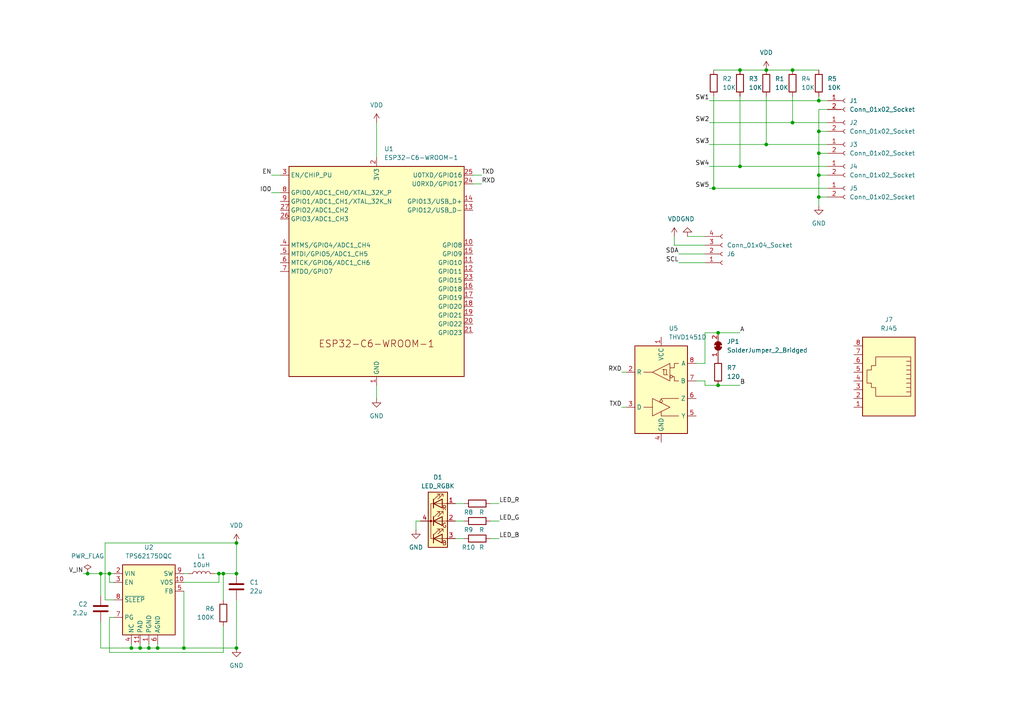
<source format=kicad_sch>
(kicad_sch (version 20230121) (generator eeschema)
  (paper "A4")
  (lib_symbols
    (symbol "Connector:Conn_01x02_Socket" (pin_names (offset 1.016) hide)
      (property "Reference" "J" (at 0 2.54 0))
      (property "Value" "Conn_01x02_Socket" (at 0 -5.08 0))
      (symbol "Conn_01x02_Socket_1_1"
        (arc (start 0 -2.032) (mid -0.5058 -2.54) (end 0 -3.048) (stroke (width 0.1524)))
        (polyline (pts (xy -1.27 -2.54) (xy -0.508 -2.54)) (stroke (width 0.1524)))
        (polyline (pts (xy -1.27 0) (xy -0.508 0)) (stroke (width 0.1524)))
        (arc (start 0 0.508) (mid -0.5058 0) (end 0 -0.508) (stroke (width 0.1524)))
        (pin passive line (at -5.08 0 0) (length 3.81) (name "Pin_1") (number "1"))
        (pin passive line (at -5.08 -2.54 0) (length 3.81) (name "Pin_2") (number "2"))
      )
    )
    (symbol "Connector:Conn_01x04_Socket" (pin_names (offset 1.016) hide)
      (property "Reference" "J" (at 0 5.08 0))
      (property "Value" "Conn_01x04_Socket" (at 0 -7.62 0))
      (symbol "Conn_01x04_Socket_1_1"
        (arc (start 0 -4.572) (mid -0.5058 -5.08) (end 0 -5.588) (stroke (width 0.1524)))
        (arc (start 0 -2.032) (mid -0.5058 -2.54) (end 0 -3.048) (stroke (width 0.1524)))
        (polyline (pts (xy -1.27 -5.08) (xy -0.508 -5.08)) (stroke (width 0.1524)))
        (polyline (pts (xy -1.27 -2.54) (xy -0.508 -2.54)) (stroke (width 0.1524)))
        (polyline (pts (xy -1.27 0) (xy -0.508 0)) (stroke (width 0.1524)))
        (polyline (pts (xy -1.27 2.54) (xy -0.508 2.54)) (stroke (width 0.1524)))
        (arc (start 0 0.508) (mid -0.5058 0) (end 0 -0.508) (stroke (width 0.1524)))
        (arc (start 0 3.048) (mid -0.5058 2.54) (end 0 2.032) (stroke (width 0.1524)))
        (pin passive line (at -5.08 2.54 0) (length 3.81) (name "Pin_1") (number "1"))
        (pin passive line (at -5.08 0 0) (length 3.81) (name "Pin_2") (number "2"))
        (pin passive line (at -5.08 -2.54 0) (length 3.81) (name "Pin_3") (number "3"))
        (pin passive line (at -5.08 -5.08 0) (length 3.81) (name "Pin_4") (number "4"))
      )
    )
    (symbol "Connector:RJ45" (pin_names (offset 1.016))
      (property "Reference" "J" (at -5.08 13.97 0))
      (property "Value" "RJ45" (at 2.54 13.97 0))
      (symbol "RJ45_0_1"
        (polyline (pts (xy -5.08 4.445) (xy -6.35 4.445)))
        (polyline (pts (xy -5.08 5.715) (xy -6.35 5.715)))
        (polyline (pts (xy -6.35 -3.175) (xy -5.08 -3.175) (xy -5.08 -3.175)))
        (polyline (pts (xy -6.35 -1.905) (xy -5.08 -1.905) (xy -5.08 -1.905)))
        (polyline (pts (xy -6.35 -0.635) (xy -5.08 -0.635) (xy -5.08 -0.635)))
        (polyline (pts (xy -6.35 0.635) (xy -5.08 0.635) (xy -5.08 0.635)))
        (polyline (pts (xy -6.35 1.905) (xy -5.08 1.905) (xy -5.08 1.905)))
        (polyline (pts (xy -5.08 3.175) (xy -6.35 3.175) (xy -6.35 3.175)))
        (polyline (pts (xy -6.35 -4.445) (xy -6.35 6.985) (xy 3.81 6.985) (xy 3.81 4.445) (xy 5.08 4.445) (xy 5.08 3.175) (xy 6.35 3.175) (xy 6.35 -0.635) (xy 5.08 -0.635) (xy 5.08 -1.905) (xy 3.81 -1.905) (xy 3.81 -4.445) (xy -6.35 -4.445) (xy -6.35 -4.445)))
        (rectangle (start 7.62 12.7) (end -7.62 -10.16) (stroke (width 0.254)) (fill (type background)))
      )
      (symbol "RJ45_1_1"
        (pin passive line (at 10.16 -7.62 180) (length 2.54) (name "~") (number "1"))
        (pin passive line (at 10.16 -5.08 180) (length 2.54) (name "~") (number "2"))
        (pin passive line (at 10.16 -2.54 180) (length 2.54) (name "~") (number "3"))
        (pin passive line (at 10.16 0 180) (length 2.54) (name "~") (number "4"))
        (pin passive line (at 10.16 2.54 180) (length 2.54) (name "~") (number "5"))
        (pin passive line (at 10.16 5.08 180) (length 2.54) (name "~") (number "6"))
        (pin passive line (at 10.16 7.62 180) (length 2.54) (name "~") (number "7"))
        (pin passive line (at 10.16 10.16 180) (length 2.54) (name "~") (number "8"))
      )
    )
    (symbol "Device:C" (pin_numbers hide) (pin_names (offset 0.254))
      (property "Reference" "C" (at 0.635 2.54 0))
      (property "Value" "C" (at 0.635 -2.54 0))
      (symbol "C_0_1"
        (polyline (pts (xy -2.032 -0.762) (xy 2.032 -0.762)) (stroke (width 0.508)))
        (polyline (pts (xy -2.032 0.762) (xy 2.032 0.762)) (stroke (width 0.508)))
      )
      (symbol "C_1_1"
        (pin passive line (at 0 3.81 270) (length 2.794) (name "~") (number "1"))
        (pin passive line (at 0 -3.81 90) (length 2.794) (name "~") (number "2"))
      )
    )
    (symbol "Device:L" (pin_numbers hide) (pin_names (offset 1.016) hide)
      (property "Reference" "L" (at -1.27 0 90))
      (property "Value" "L" (at 1.905 0 90))
      (symbol "L_0_1"
        (arc (start 0 -2.54) (mid 0.6323 -1.905) (end 0 -1.27))
        (arc (start 0 -1.27) (mid 0.6323 -0.635) (end 0 0))
        (arc (start 0 0) (mid 0.6323 0.635) (end 0 1.27))
        (arc (start 0 1.27) (mid 0.6323 1.905) (end 0 2.54))
      )
      (symbol "L_1_1"
        (pin passive line (at 0 3.81 270) (length 1.27) (name "1") (number "1"))
        (pin passive line (at 0 -3.81 90) (length 1.27) (name "2") (number "2"))
      )
    )
    (symbol "Device:LED_RGBK" (pin_names (offset 0) hide)
      (property "Reference" "D" (at 0 9.398 0))
      (property "Value" "LED_RGBK" (at 0 -8.89 0))
      (symbol "LED_RGBK_0_0"
        (text "B" (at 1.905 -6.35 0) (effects (font (size 1.27 1.27))))
        (text "G" (at 1.905 -1.27 0) (effects (font (size 1.27 1.27))))
        (text "R" (at 1.905 3.81 0) (effects (font (size 1.27 1.27))))
      )
      (symbol "LED_RGBK_0_1"
        (circle (center -2.032 0) (radius 0.254) (fill (type outline)))
        (polyline (pts (xy -1.27 -5.08) (xy 1.27 -5.08)))
        (polyline (pts (xy -1.27 -3.81) (xy -1.27 -6.35)) (stroke (width 0.254)))
        (polyline (pts (xy -1.27 0) (xy -2.54 0)))
        (polyline (pts (xy -1.27 1.27) (xy -1.27 -1.27)) (stroke (width 0.254)))
        (polyline (pts (xy -1.27 5.08) (xy 1.27 5.08)))
        (polyline (pts (xy -1.27 6.35) (xy -1.27 3.81)) (stroke (width 0.254)))
        (polyline (pts (xy 1.27 -5.08) (xy 2.54 -5.08)))
        (polyline (pts (xy 1.27 0) (xy -1.27 0)))
        (polyline (pts (xy 1.27 0) (xy 2.54 0)))
        (polyline (pts (xy 1.27 5.08) (xy 2.54 5.08)))
        (polyline (pts (xy -1.27 1.27) (xy -1.27 -1.27) (xy -1.27 -1.27)))
        (polyline (pts (xy -1.27 6.35) (xy -1.27 3.81) (xy -1.27 3.81)))
        (polyline (pts (xy -1.27 5.08) (xy -2.032 5.08) (xy -2.032 -5.08) (xy -1.016 -5.08)))
        (polyline (pts (xy 1.27 -3.81) (xy 1.27 -6.35) (xy -1.27 -5.08) (xy 1.27 -3.81)) (stroke (width 0.254)))
        (polyline (pts (xy 1.27 1.27) (xy 1.27 -1.27) (xy -1.27 0) (xy 1.27 1.27)) (stroke (width 0.254)))
        (polyline (pts (xy 1.27 6.35) (xy 1.27 3.81) (xy -1.27 5.08) (xy 1.27 6.35)) (stroke (width 0.254)))
        (polyline (pts (xy -1.016 -3.81) (xy 0.508 -2.286) (xy -0.254 -2.286) (xy 0.508 -2.286) (xy 0.508 -3.048)))
        (polyline (pts (xy -1.016 1.27) (xy 0.508 2.794) (xy -0.254 2.794) (xy 0.508 2.794) (xy 0.508 2.032)))
        (polyline (pts (xy -1.016 6.35) (xy 0.508 7.874) (xy -0.254 7.874) (xy 0.508 7.874) (xy 0.508 7.112)))
        (polyline (pts (xy 0 -3.81) (xy 1.524 -2.286) (xy 0.762 -2.286) (xy 1.524 -2.286) (xy 1.524 -3.048)))
        (polyline (pts (xy 0 1.27) (xy 1.524 2.794) (xy 0.762 2.794) (xy 1.524 2.794) (xy 1.524 2.032)))
        (polyline (pts (xy 0 6.35) (xy 1.524 7.874) (xy 0.762 7.874) (xy 1.524 7.874) (xy 1.524 7.112)))
        (rectangle (start 1.27 -1.27) (end 1.27 1.27))
        (rectangle (start 1.27 1.27) (end 1.27 1.27))
        (rectangle (start 1.27 3.81) (end 1.27 6.35))
        (rectangle (start 1.27 6.35) (end 1.27 6.35))
        (rectangle (start 2.794 8.382) (end -2.794 -7.62) (stroke (width 0.254)) (fill (type background)))
      )
      (symbol "LED_RGBK_1_1"
        (pin passive line (at 5.08 5.08 180) (length 2.54) (name "RA") (number "1"))
        (pin passive line (at 5.08 0 180) (length 2.54) (name "GA") (number "2"))
        (pin passive line (at 5.08 -5.08 180) (length 2.54) (name "BA") (number "3"))
        (pin passive line (at -5.08 0 0) (length 2.54) (name "K") (number "4"))
      )
    )
    (symbol "Device:R" (pin_numbers hide) (pin_names (offset 0))
      (property "Reference" "R" (at 2.032 0 90))
      (property "Value" "R" (at 0 0 90))
      (symbol "R_0_1"
        (rectangle (start -1.016 -2.54) (end 1.016 2.54) (stroke (width 0.254)))
      )
      (symbol "R_1_1"
        (pin passive line (at 0 3.81 270) (length 1.27) (name "~") (number "1"))
        (pin passive line (at 0 -3.81 90) (length 1.27) (name "~") (number "2"))
      )
    )
    (symbol "Interface_UART:THVD1451D"
      (property "Reference" "U" (at -7.62 13.97 0))
      (property "Value" "THVD1451D" (at 1.27 13.97 0))
      (symbol "THVD1451D_0_1"
        (rectangle (start -7.62 12.7) (end 7.62 -12.7) (stroke (width 0.254)) (fill (type background)))
        (circle (center 0 -3.302) (radius 0.381))
        (polyline (pts (xy -5.08 -5.08) (xy -2.54 -5.08)))
        (polyline (pts (xy -2.54 5.08) (xy -5.08 5.08)))
        (polyline (pts (xy 1.524 4.318) (xy 1.524 5.842) (xy 0.635 5.842)))
        (polyline (pts (xy 5.08 -7.62) (xy 0 -7.62) (xy 0 -6.35)))
        (polyline (pts (xy 5.08 -2.54) (xy 0 -2.54) (xy 0 -2.921)))
        (polyline (pts (xy -2.54 -2.54) (xy -2.54 -7.62) (xy 2.54 -5.08) (xy -2.54 -2.54)))
        (polyline (pts (xy 2.54 6.35) (xy 3.81 6.35) (xy 3.81 7.62) (xy 5.08 7.62)))
        (polyline (pts (xy 2.54 7.62) (xy 2.54 2.54) (xy -2.54 5.08) (xy 2.54 7.62)))
        (polyline (pts (xy 3.302 3.81) (xy 3.81 3.81) (xy 3.81 2.54) (xy 5.08 2.54)))
        (polyline (pts (xy 1.905 4.318) (xy 0.889 4.318) (xy 0.762 4.318) (xy 0.762 5.842) (xy 0.381 5.842)))
        (circle (center 2.921 3.81) (radius 0.381))
      )
      (symbol "THVD1451D_1_1"
        (pin power_in line (at 0 15.24 270) (length 2.54) (name "VCC") (number "1"))
        (pin output line (at -10.16 5.08 0) (length 2.54) (name "R") (number "2"))
        (pin input line (at -10.16 -5.08 0) (length 2.54) (name "D") (number "3"))
        (pin power_in line (at 0 -15.24 90) (length 2.54) (name "GND") (number "4"))
        (pin output line (at 10.16 -7.62 180) (length 2.54) (name "Y") (number "5"))
        (pin output line (at 10.16 -2.54 180) (length 2.54) (name "Z") (number "6"))
        (pin input line (at 10.16 2.54 180) (length 2.54) (name "B") (number "7"))
        (pin input line (at 10.16 7.62 180) (length 2.54) (name "A") (number "8"))
      )
    )
    (symbol "Jumper:SolderJumper_2_Bridged" (pin_names (offset 0) hide)
      (property "Reference" "JP" (at 0 2.032 0))
      (property "Value" "SolderJumper_2_Bridged" (at 0 -2.54 0))
      (symbol "SolderJumper_2_Bridged_0_1"
        (rectangle (start -0.508 0.508) (end 0.508 -0.508) (fill (type outline)))
        (arc (start -0.254 1.016) (mid -1.2656 0) (end -0.254 -1.016))
        (arc (start -0.254 1.016) (mid -1.2656 0) (end -0.254 -1.016) (fill (type outline)))
        (polyline (pts (xy -0.254 1.016) (xy -0.254 -1.016)))
        (polyline (pts (xy 0.254 1.016) (xy 0.254 -1.016)))
        (arc (start 0.254 -1.016) (mid 1.2656 0) (end 0.254 1.016))
        (arc (start 0.254 -1.016) (mid 1.2656 0) (end 0.254 1.016) (fill (type outline)))
      )
      (symbol "SolderJumper_2_Bridged_1_1"
        (pin passive line (at -3.81 0 0) (length 2.54) (name "A") (number "1"))
        (pin passive line (at 3.81 0 180) (length 2.54) (name "B") (number "2"))
      )
    )
    (symbol "PCM_Espressif:ESP32-C6-WROOM-1"
      (property "Reference" "U" (at -25.4 35.56 0))
      (property "Value" "ESP32-C6-WROOM-1" (at -25.4 33.02 0))
      (symbol "ESP32-C6-WROOM-1_0_0"
        (text "ESP32-C6-WROOM-1" (at 0 -20.955 0) (effects (font (size 2 2))))
      )
      (symbol "ESP32-C6-WROOM-1_0_1"
        (rectangle (start -25.4 30.48) (end 25.4 -30.48) (stroke (width 0.254)) (fill (type background)))
      )
      (symbol "ESP32-C6-WROOM-1_1_1"
        (pin power_in line (at 0 -33.02 90) (length 2.54) (name "GND") (number "1"))
        (pin bidirectional line (at 27.94 7.62 180) (length 2.54) (name "GPIO8") (number "10"))
        (pin bidirectional line (at 27.94 2.54 180) (length 2.54) (name "GPIO10") (number "11"))
        (pin bidirectional line (at 27.94 0 180) (length 2.54) (name "GPIO11") (number "12"))
        (pin bidirectional line (at 27.94 17.78 180) (length 2.54) (name "GPIO12/USB_D-") (number "13"))
        (pin bidirectional line (at 27.94 20.32 180) (length 2.54) (name "GPIO13/USB_D+") (number "14"))
        (pin bidirectional line (at 27.94 5.08 180) (length 2.54) (name "GPIO9") (number "15"))
        (pin bidirectional line (at 27.94 -5.08 180) (length 2.54) (name "GPIO18") (number "16"))
        (pin bidirectional line (at 27.94 -7.62 180) (length 2.54) (name "GPIO19") (number "17"))
        (pin bidirectional line (at 27.94 -10.16 180) (length 2.54) (name "GPIO20") (number "18"))
        (pin bidirectional line (at 27.94 -12.7 180) (length 2.54) (name "GPIO21") (number "19"))
        (pin power_in line (at 0 33.02 270) (length 2.54) (name "3V3") (number "2"))
        (pin bidirectional line (at 27.94 -15.24 180) (length 2.54) (name "GPIO22") (number "20"))
        (pin bidirectional line (at 27.94 -17.78 180) (length 2.54) (name "GPIO23") (number "21"))
        (pin no_connect line (at -25.4 -12.7 0) (length 2.54) hide (name "NC") (number "22"))
        (pin bidirectional line (at 27.94 -2.54 180) (length 2.54) (name "GPIO15") (number "23"))
        (pin bidirectional line (at 27.94 25.4 180) (length 2.54) (name "U0RXD/GPIO17") (number "24"))
        (pin bidirectional line (at 27.94 27.94 180) (length 2.54) (name "U0TXD/GPIO16") (number "25"))
        (pin bidirectional line (at -27.94 15.24 0) (length 2.54) (name "GPIO3/ADC1_CH3") (number "26"))
        (pin bidirectional line (at -27.94 17.78 0) (length 2.54) (name "GPIO2/ADC1_CH2") (number "27"))
        (pin passive line (at 0 -33.02 90) (length 2.54) hide (name "GND") (number "28"))
        (pin passive line (at 0 -33.02 90) (length 2.54) hide (name "GND") (number "29"))
        (pin input line (at -27.94 27.94 0) (length 2.54) (name "EN/CHIP_PU") (number "3"))
        (pin bidirectional line (at -27.94 7.62 0) (length 2.54) (name "MTMS/GPIO4/ADC1_CH4") (number "4"))
        (pin bidirectional line (at -27.94 5.08 0) (length 2.54) (name "MTDI/GPIO5/ADC1_CH5") (number "5"))
        (pin bidirectional line (at -27.94 2.54 0) (length 2.54) (name "MTCK/GPIO6/ADC1_CH6") (number "6"))
        (pin bidirectional line (at -27.94 0 0) (length 2.54) (name "MTDO/GPIO7") (number "7"))
        (pin bidirectional line (at -27.94 22.86 0) (length 2.54) (name "GPIO0/ADC1_CH0/XTAL_32K_P") (number "8"))
        (pin bidirectional line (at -27.94 20.32 0) (length 2.54) (name "GPIO1/ADC1_CH1/XTAL_32K_N") (number "9"))
      )
    )
    (symbol "Regulator_Switching:TPS62175DQC"
      (property "Reference" "U" (at -7.62 11.43 0))
      (property "Value" "TPS62175DQC" (at -1.27 11.43 0))
      (symbol "TPS62175DQC_0_1"
        (rectangle (start -7.62 10.16) (end 7.62 -10.16) (stroke (width 0.254)) (fill (type background)))
      )
      (symbol "TPS62175DQC_1_1"
        (pin power_in line (at 0 -12.7 90) (length 2.54) (name "PGND") (number "1"))
        (pin input line (at 10.16 5.08 180) (length 2.54) (name "VOS") (number "10"))
        (pin power_in line (at -2.54 -12.7 90) (length 2.54) (name "PAD") (number "11"))
        (pin power_in line (at -10.16 7.62 0) (length 2.54) (name "VIN") (number "2"))
        (pin input line (at -10.16 5.08 0) (length 2.54) (name "EN") (number "3"))
        (pin passive line (at -5.08 -12.7 90) (length 2.54) (name "NC") (number "4"))
        (pin input line (at 10.16 2.54 180) (length 2.54) (name "FB") (number "5"))
        (pin power_in line (at 2.54 -12.7 90) (length 2.54) (name "AGND") (number "6"))
        (pin output line (at -10.16 -5.08 0) (length 2.54) (name "PG") (number "7"))
        (pin input line (at -10.16 0 0) (length 2.54) (name "~{SLEEP}") (number "8"))
        (pin power_out line (at 10.16 7.62 180) (length 2.54) (name "SW") (number "9"))
      )
    )
    (symbol "power:GND" (power) (pin_names (offset 0))
      (property "Value" "GND" (at 0 -3.81 0))
      (symbol "GND_0_1"
        (polyline (pts (xy 0 0) (xy 0 -1.27) (xy 1.27 -1.27) (xy 0 -2.54) (xy -1.27 -1.27) (xy 0 -1.27)))
      )
      (symbol "GND_1_1"
        (pin power_in line (at 0 0 270) (length 0) hide (name "GND") (number "1"))
      )
    )
    (symbol "power:PWR_FLAG" (power) (pin_numbers hide) (pin_names (offset 0) hide)
      (property "Value" "PWR_FLAG" (at 0 3.81 0))
      (symbol "PWR_FLAG_0_0"
        (pin power_out line (at 0 0 90) (length 0) (name "pwr") (number "1"))
      )
      (symbol "PWR_FLAG_0_1"
        (polyline (pts (xy 0 0) (xy 0 1.27) (xy -1.016 1.905) (xy 0 2.54) (xy 1.016 1.905) (xy 0 1.27)))
      )
    )
    (symbol "power:VDD" (power) (pin_names (offset 0))
      (property "Value" "VDD" (at 0 3.81 0))
      (symbol "VDD_0_1"
        (polyline (pts (xy -0.762 1.27) (xy 0 2.54)))
        (polyline (pts (xy 0 0) (xy 0 2.54)))
        (polyline (pts (xy 0 2.54) (xy 0.762 1.27)))
      )
      (symbol "VDD_1_1"
        (pin power_in line (at 0 0 90) (length 0) hide (name "VDD") (number "1"))
      )
    )
  )
  (junction (at 237.49 44.45))
  (junction (at 31.75 166.37))
  (junction (at 40.64 187.96))
  (junction (at 68.58 187.96))
  (junction (at 208.28 96.52))
  (junction (at 53.34 187.96))
  (junction (at 208.28 111.76))
  (junction (at 25.4 166.37))
  (junction (at 68.58 166.37))
  (junction (at 38.1 187.96))
  (junction (at 237.49 38.1))
  (junction (at 222.25 20.32))
  (junction (at 64.77 166.37))
  (junction (at 237.49 57.15))
  (junction (at 43.18 187.96))
  (junction (at 237.49 50.8))
  (junction (at 68.58 157.48))
  (junction (at 214.63 48.26))
  (junction (at 207.01 54.61))
  (junction (at 222.25 41.91))
  (junction (at 229.87 35.56))
  (junction (at 237.49 29.21))
  (junction (at 229.87 20.32))
  (junction (at 63.5 166.37))
  (junction (at 45.72 187.96))
  (junction (at 214.63 20.32))
  (junction (at 29.21 166.37))
  (wire (pts (xy 53.34 187.96) (xy 45.72 187.96)))
  (wire (pts (xy 120.65 151.13) (xy 121.92 151.13)))
  (wire (pts (xy 199.39 68.58) (xy 204.47 68.58)))
  (wire (pts (xy 78.74 55.88) (xy 81.28 55.88)))
  (wire (pts (xy 137.16 53.34) (xy 139.7 53.34)))
  (wire (pts (xy 207.01 54.61) (xy 240.03 54.61)))
  (wire (pts (xy 63.5 166.37) (xy 64.77 166.37)))
  (wire (pts (xy 214.63 20.32) (xy 222.25 20.32)))
  (wire (pts (xy 68.58 157.48) (xy 68.58 166.37)))
  (wire (pts (xy 68.58 187.96) (xy 53.34 187.96)))
  (wire (pts (xy 29.21 166.37) (xy 31.75 166.37)))
  (wire (pts (xy 196.85 73.66) (xy 204.47 73.66)))
  (wire (pts (xy 30.48 173.99) (xy 30.48 157.48)))
  (wire (pts (xy 109.22 35.56) (xy 109.22 45.72)))
  (wire (pts (xy 229.87 20.32) (xy 237.49 20.32)))
  (wire (pts (xy 205.74 29.21) (xy 237.49 29.21)))
  (wire (pts (xy 30.48 157.48) (xy 68.58 157.48)))
  (wire (pts (xy 214.63 48.26) (xy 214.63 27.94)))
  (wire (pts (xy 142.24 151.13) (xy 144.78 151.13)))
  (wire (pts (xy 43.18 187.96) (xy 45.72 187.96)))
  (wire (pts (xy 64.77 166.37) (xy 64.77 173.99)))
  (wire (pts (xy 237.49 50.8) (xy 237.49 44.45)))
  (wire (pts (xy 237.49 57.15) (xy 240.03 57.15)))
  (wire (pts (xy 237.49 50.8) (xy 240.03 50.8)))
  (wire (pts (xy 64.77 181.61) (xy 64.77 189.23)))
  (wire (pts (xy 196.85 76.2) (xy 204.47 76.2)))
  (wire (pts (xy 237.49 57.15) (xy 237.49 50.8)))
  (wire (pts (xy 33.02 168.91) (xy 31.75 168.91)))
  (wire (pts (xy 64.77 166.37) (xy 68.58 166.37)))
  (wire (pts (xy 237.49 38.1) (xy 237.49 31.75)))
  (wire (pts (xy 45.72 186.69) (xy 45.72 187.96)))
  (wire (pts (xy 53.34 168.91) (xy 63.5 168.91)))
  (wire (pts (xy 78.74 50.8) (xy 81.28 50.8)))
  (wire (pts (xy 205.74 41.91) (xy 222.25 41.91)))
  (wire (pts (xy 33.02 173.99) (xy 30.48 173.99)))
  (wire (pts (xy 237.49 44.45) (xy 237.49 38.1)))
  (wire (pts (xy 208.28 111.76) (xy 214.63 111.76)))
  (wire (pts (xy 201.93 110.49) (xy 204.47 110.49)))
  (wire (pts (xy 207.01 54.61) (xy 207.01 27.94)))
  (wire (pts (xy 204.47 111.76) (xy 208.28 111.76)))
  (wire (pts (xy 142.24 156.21) (xy 144.78 156.21)))
  (wire (pts (xy 205.74 54.61) (xy 207.01 54.61)))
  (wire (pts (xy 204.47 96.52) (xy 204.47 105.41)))
  (wire (pts (xy 237.49 29.21) (xy 240.03 29.21)))
  (wire (pts (xy 180.34 118.11) (xy 181.61 118.11)))
  (wire (pts (xy 132.08 151.13) (xy 134.62 151.13)))
  (wire (pts (xy 63.5 168.91) (xy 63.5 166.37)))
  (wire (pts (xy 132.08 156.21) (xy 134.62 156.21)))
  (wire (pts (xy 222.25 20.32) (xy 229.87 20.32)))
  (wire (pts (xy 25.4 166.37) (xy 29.21 166.37)))
  (wire (pts (xy 53.34 166.37) (xy 54.61 166.37)))
  (wire (pts (xy 208.28 96.52) (xy 214.63 96.52)))
  (wire (pts (xy 29.21 180.34) (xy 29.21 187.96)))
  (wire (pts (xy 214.63 48.26) (xy 240.03 48.26)))
  (wire (pts (xy 31.75 179.07) (xy 31.75 189.23)))
  (wire (pts (xy 40.64 186.69) (xy 40.64 187.96)))
  (wire (pts (xy 222.25 41.91) (xy 222.25 27.94)))
  (wire (pts (xy 31.75 189.23) (xy 64.77 189.23)))
  (wire (pts (xy 205.74 35.56) (xy 229.87 35.56)))
  (wire (pts (xy 229.87 35.56) (xy 240.03 35.56)))
  (wire (pts (xy 31.75 168.91) (xy 31.75 166.37)))
  (wire (pts (xy 40.64 187.96) (xy 43.18 187.96)))
  (wire (pts (xy 222.25 41.91) (xy 240.03 41.91)))
  (wire (pts (xy 204.47 110.49) (xy 204.47 111.76)))
  (wire (pts (xy 237.49 27.94) (xy 237.49 29.21)))
  (wire (pts (xy 137.16 50.8) (xy 139.7 50.8)))
  (wire (pts (xy 237.49 31.75) (xy 240.03 31.75)))
  (wire (pts (xy 31.75 166.37) (xy 33.02 166.37)))
  (wire (pts (xy 109.22 111.76) (xy 109.22 115.57)))
  (wire (pts (xy 195.58 71.12) (xy 195.58 68.58)))
  (wire (pts (xy 68.58 173.99) (xy 68.58 187.96)))
  (wire (pts (xy 132.08 146.05) (xy 134.62 146.05)))
  (wire (pts (xy 201.93 105.41) (xy 204.47 105.41)))
  (wire (pts (xy 204.47 71.12) (xy 195.58 71.12)))
  (wire (pts (xy 120.65 153.67) (xy 120.65 151.13)))
  (wire (pts (xy 207.01 20.32) (xy 214.63 20.32)))
  (wire (pts (xy 237.49 59.69) (xy 237.49 57.15)))
  (wire (pts (xy 237.49 38.1) (xy 240.03 38.1)))
  (wire (pts (xy 53.34 171.45) (xy 53.34 187.96)))
  (wire (pts (xy 180.34 107.95) (xy 181.61 107.95)))
  (wire (pts (xy 38.1 186.69) (xy 38.1 187.96)))
  (wire (pts (xy 142.24 146.05) (xy 144.78 146.05)))
  (wire (pts (xy 29.21 187.96) (xy 38.1 187.96)))
  (wire (pts (xy 43.18 186.69) (xy 43.18 187.96)))
  (wire (pts (xy 62.23 166.37) (xy 63.5 166.37)))
  (wire (pts (xy 237.49 44.45) (xy 240.03 44.45)))
  (wire (pts (xy 205.74 48.26) (xy 214.63 48.26)))
  (wire (pts (xy 31.75 179.07) (xy 33.02 179.07)))
  (wire (pts (xy 229.87 35.56) (xy 229.87 27.94)))
  (wire (pts (xy 38.1 187.96) (xy 40.64 187.96)))
  (wire (pts (xy 204.47 96.52) (xy 208.28 96.52)))
  (wire (pts (xy 29.21 166.37) (xy 29.21 172.72)))
  (wire (pts (xy 24.13 166.37) (xy 25.4 166.37)))
  (label "A" (at 214.63 96.52 0))
  (label "B" (at 214.63 111.76 0))
  (label "IO0" (at 78.74 55.88 180))
  (label "SDA" (at 196.85 73.66 180))
  (label "SW3" (at 205.74 41.91 180))
  (label "SW4" (at 205.74 48.26 180))
  (label "SCL" (at 196.85 76.2 180))
  (label "LED_R" (at 144.78 146.05 0))
  (label "EN" (at 78.74 50.8 180))
  (label "LED_G" (at 144.78 151.13 0))
  (label "V_IN" (at 24.13 166.37 180))
  (label "TXD" (at 180.34 118.11 180))
  (label "RXD" (at 139.7 53.34 0))
  (label "RXD" (at 180.34 107.95 180))
  (label "TXD" (at 139.7 50.8 0))
  (label "SW1" (at 205.74 29.21 180))
  (label "LED_B" (at 144.78 156.21 0))
  (label "SW5" (at 205.74 54.61 180))
  (label "SW2" (at 205.74 35.56 180))
  (symbol (lib_id "Device:R") (at 222.25 24.13 0) (unit 1)
    (property "Reference" "R1" (at 224.79 22.86 0) (effects (justify left)))
    (property "Value" "10K" (at 224.79 25.4 0) (effects (justify left)))
  )
  (symbol (lib_id "power:GND") (at 109.22 115.57 0) (unit 1)
    (property "Reference" "#PWR02" (effects hide))
    (property "Value" "GND" (at 109.22 120.65 0))
  )
  (symbol (lib_id "Device:C") (at 68.58 170.18 0) (unit 1)
    (property "Reference" "C1" (at 72.39 168.91 0) (effects (justify left)))
    (property "Value" "22u" (at 72.39 171.45 0) (effects (justify left)))
  )
  (symbol (lib_id "Device:R") (at 237.49 24.13 0) (unit 1)
    (property "Reference" "R5" (at 240.03 22.86 0) (effects (justify left)))
    (property "Value" "10K" (at 240.03 25.4 0) (effects (justify left)))
  )
  (symbol (lib_id "Device:R") (at 138.43 156.21 90) (unit 1)
    (property "Reference" "R10" (at 135.89 158.75 90))
    (property "Value" "R" (at 139.7 158.75 90))
  )
  (symbol (lib_id "Device:R") (at 64.77 177.8 0) (mirror y) (unit 1)
    (property "Reference" "R6" (at 62.23 176.53 0) (effects (justify left)))
    (property "Value" "100K" (at 62.23 179.07 0) (effects (justify left)))
  )
  (symbol (lib_id "Device:LED_RGBK") (at 127 151.13 0) (unit 1)
    (property "Reference" "D1" (at 127 138.43 0))
    (property "Value" "LED_RGBK" (at 127 140.97 0))
  )
  (symbol (lib_id "PCM_Espressif:ESP32-C6-WROOM-1") (at 109.22 78.74 0) (unit 1)
    (property "Reference" "U1" (at 111.4141 43.18 0) (effects (justify left)))
    (property "Value" "ESP32-C6-WROOM-1" (at 111.4141 45.72 0) (effects (justify left)))
    (property "Footprint" "PCM_Espressif:ESP32-C6-WROOM-1" (effects hide))
    (property "Datasheet" "https://www.espressif.com/sites/default/files/documentation/esp32-c6-wroom-1_datasheet_en.pdf" (effects hide))
  )
  (symbol (lib_id "Regulator_Switching:TPS62175DQC") (at 43.18 173.99 0) (unit 1)
    (property "Reference" "U2" (at 43.18 158.75 0))
    (property "Value" "TPS62175DQC" (at 43.18 161.29 0))
    (property "Footprint" "Package_SON:WSON-10-1EP_2x3mm_P0.5mm_EP0.84x2.4mm_ThermalVias" (effects hide))
    (property "Datasheet" "http://www.ti.com/lit/ds/symlink/tps62177.pdf" (effects hide))
  )
  (symbol (lib_id "Device:R") (at 138.43 151.13 90) (unit 1)
    (property "Reference" "R9" (at 135.89 153.67 90))
    (property "Value" "R" (at 139.7 153.67 90))
  )
  (symbol (lib_id "power:GND") (at 120.65 153.67 0) (unit 1)
    (property "Reference" "#PWR07" (effects hide))
    (property "Value" "GND" (at 120.65 158.75 0))
  )
  (symbol (lib_id "power:VDD") (at 68.58 157.48 0) (unit 1)
    (property "Reference" "#PWR06" (effects hide))
    (property "Value" "VDD" (at 68.58 152.4 0))
  )
  (symbol (lib_id "Device:R") (at 208.28 107.95 0) (unit 1)
    (property "Reference" "R7" (at 210.82 106.68 0) (effects (justify left)))
    (property "Value" "120" (at 210.82 109.22 0) (effects (justify left)))
  )
  (symbol (lib_id "Connector:Conn_01x02_Socket") (at 245.11 41.91 0) (unit 1)
    (property "Reference" "J3" (at 246.38 41.91 0) (effects (justify left)))
    (property "Value" "Conn_01x02_Socket" (at 246.38 44.45 0) (effects (justify left)))
  )
  (symbol (lib_id "Device:C") (at 29.21 176.53 0) (mirror y) (unit 1)
    (property "Reference" "C2" (at 25.4 175.26 0) (effects (justify left)))
    (property "Value" "2.2u" (at 25.4 177.8 0) (effects (justify left)))
  )
  (symbol (lib_id "Connector:Conn_01x02_Socket") (at 245.11 35.56 0) (unit 1)
    (property "Reference" "J2" (at 246.38 35.56 0) (effects (justify left)))
    (property "Value" "Conn_01x02_Socket" (at 246.38 38.1 0) (effects (justify left)))
  )
  (symbol (lib_id "Connector:Conn_01x02_Socket") (at 245.11 48.26 0) (unit 1)
    (property "Reference" "J4" (at 246.38 48.26 0) (effects (justify left)))
    (property "Value" "Conn_01x02_Socket" (at 246.38 50.8 0) (effects (justify left)))
  )
  (symbol (lib_id "power:VDD") (at 195.58 68.58 0) (unit 1)
    (property "Reference" "#PWR09" (effects hide))
    (property "Value" "VDD" (at 195.58 63.5 0))
  )
  (symbol (lib_id "power:GND") (at 237.49 59.69 0) (unit 1)
    (property "Reference" "#PWR01" (effects hide))
    (property "Value" "GND" (at 237.49 64.77 0))
  )
  (symbol (lib_id "Connector:Conn_01x02_Socket") (at 245.11 29.21 0) (unit 1)
    (property "Reference" "J1" (at 246.38 29.21 0) (effects (justify left)))
    (property "Value" "Conn_01x02_Socket" (at 246.38 31.75 0) (effects (justify left)))
  )
  (symbol (lib_id "Device:L") (at 58.42 166.37 90) (unit 1)
    (property "Reference" "L1" (at 58.42 161.29 90))
    (property "Value" "10uH" (at 58.42 163.83 90))
  )
  (symbol (lib_id "power:PWR_FLAG") (at 25.4 166.37 0) (unit 1)
    (property "Reference" "#FLG01" (effects hide))
    (property "Value" "PWR_FLAG" (at 25.4 161.29 0))
  )
  (symbol (lib_id "Device:R") (at 214.63 24.13 0) (unit 1)
    (property "Reference" "R3" (at 217.17 22.86 0) (effects (justify left)))
    (property "Value" "10K" (at 217.17 25.4 0) (effects (justify left)))
  )
  (symbol (lib_id "Connector:Conn_01x04_Socket") (at 209.55 73.66 0) (mirror x) (unit 1)
    (property "Reference" "J6" (at 210.82 73.66 0) (effects (justify left)))
    (property "Value" "Conn_01x04_Socket" (at 210.82 71.12 0) (effects (justify left)))
  )
  (symbol (lib_id "power:VDD") (at 109.22 35.56 0) (unit 1)
    (property "Reference" "#PWR03" (effects hide))
    (property "Value" "VDD" (at 109.22 30.48 0))
  )
  (symbol (lib_id "Jumper:SolderJumper_2_Bridged") (at 208.28 100.33 90) (unit 1)
    (property "Reference" "JP1" (at 210.82 99.06 90) (effects (justify right)))
    (property "Value" "SolderJumper_2_Bridged" (at 210.82 101.6 90) (effects (justify right)))
  )
  (symbol (lib_id "Device:R") (at 207.01 24.13 0) (unit 1)
    (property "Reference" "R2" (at 209.55 22.86 0) (effects (justify left)))
    (property "Value" "10K" (at 209.55 25.4 0) (effects (justify left)))
  )
  (symbol (lib_id "Connector:RJ45") (at 257.81 110.49 0) (mirror y) (unit 1)
    (property "Reference" "J7" (at 257.81 92.71 0))
    (property "Value" "RJ45" (at 257.81 95.25 0))
  )
  (symbol (lib_id "power:GND") (at 199.39 68.58 180) (unit 1)
    (property "Reference" "#PWR08" (effects hide))
    (property "Value" "GND" (at 199.39 63.5 0))
  )
  (symbol (lib_id "Interface_UART:THVD1451D") (at 191.77 113.03 0) (unit 1)
    (property "Reference" "U5" (at 193.9641 95.25 0) (effects (justify left)))
    (property "Value" "THVD1451D" (at 193.9641 97.79 0) (effects (justify left)))
    (property "Footprint" "Package_SO:SOIC-8_3.9x4.9mm_P1.27mm" (effects hide))
    (property "Datasheet" "http://www.ti.com/lit/ds/symlink/thvd1451.pdf" (effects hide))
  )
  (symbol (lib_id "Connector:Conn_01x02_Socket") (at 245.11 54.61 0) (unit 1)
    (property "Reference" "J5" (at 246.38 54.61 0) (effects (justify left)))
    (property "Value" "Conn_01x02_Socket" (at 246.38 57.15 0) (effects (justify left)))
  )
  (symbol (lib_id "power:VDD") (at 222.25 20.32 0) (unit 1)
    (property "Reference" "#PWR04" (effects hide))
    (property "Value" "VDD" (at 222.25 15.24 0))
  )
  (symbol (lib_id "Device:R") (at 138.43 146.05 90) (unit 1)
    (property "Reference" "R8" (at 135.89 148.59 90))
    (property "Value" "R" (at 139.7 148.59 90))
  )
  (symbol (lib_id "Device:R") (at 229.87 24.13 0) (unit 1)
    (property "Reference" "R4" (at 232.41 22.86 0) (effects (justify left)))
    (property "Value" "10K" (at 232.41 25.4 0) (effects (justify left)))
  )
  (symbol (lib_id "power:GND") (at 68.58 187.96 0) (unit 1)
    (property "Reference" "#PWR05" (effects hide))
    (property "Value" "GND" (at 68.58 193.04 0))
  )
)
</source>
